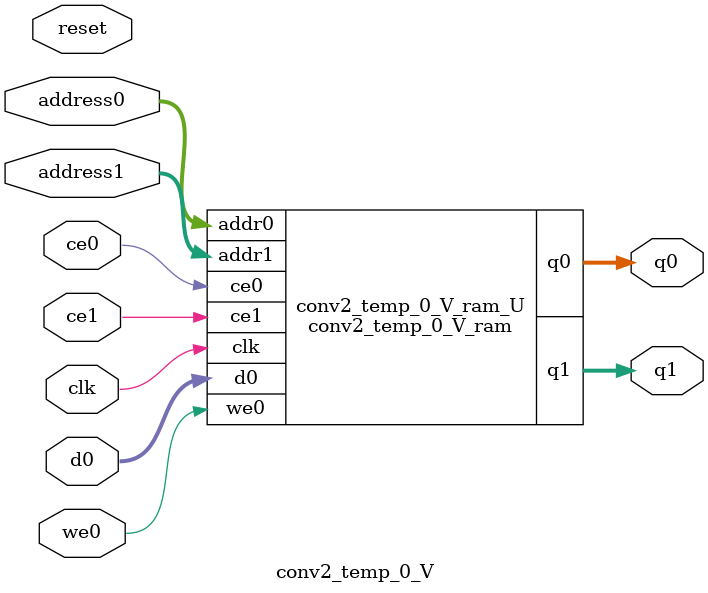
<source format=v>
`timescale 1 ns / 1 ps
module conv2_temp_0_V_ram (addr0, ce0, d0, we0, q0, addr1, ce1, q1,  clk);

parameter DWIDTH = 8;
parameter AWIDTH = 8;
parameter MEM_SIZE = 224;

input[AWIDTH-1:0] addr0;
input ce0;
input[DWIDTH-1:0] d0;
input we0;
output reg[DWIDTH-1:0] q0;
input[AWIDTH-1:0] addr1;
input ce1;
output reg[DWIDTH-1:0] q1;
input clk;

(* ram_style = "block" *)reg [DWIDTH-1:0] ram[0:MEM_SIZE-1];




always @(posedge clk)  
begin 
    if (ce0) begin
        if (we0) 
            ram[addr0] <= d0; 
        q0 <= ram[addr0];
    end
end


always @(posedge clk)  
begin 
    if (ce1) begin
        q1 <= ram[addr1];
    end
end


endmodule

`timescale 1 ns / 1 ps
module conv2_temp_0_V(
    reset,
    clk,
    address0,
    ce0,
    we0,
    d0,
    q0,
    address1,
    ce1,
    q1);

parameter DataWidth = 32'd8;
parameter AddressRange = 32'd224;
parameter AddressWidth = 32'd8;
input reset;
input clk;
input[AddressWidth - 1:0] address0;
input ce0;
input we0;
input[DataWidth - 1:0] d0;
output[DataWidth - 1:0] q0;
input[AddressWidth - 1:0] address1;
input ce1;
output[DataWidth - 1:0] q1;



conv2_temp_0_V_ram conv2_temp_0_V_ram_U(
    .clk( clk ),
    .addr0( address0 ),
    .ce0( ce0 ),
    .we0( we0 ),
    .d0( d0 ),
    .q0( q0 ),
    .addr1( address1 ),
    .ce1( ce1 ),
    .q1( q1 ));

endmodule


</source>
